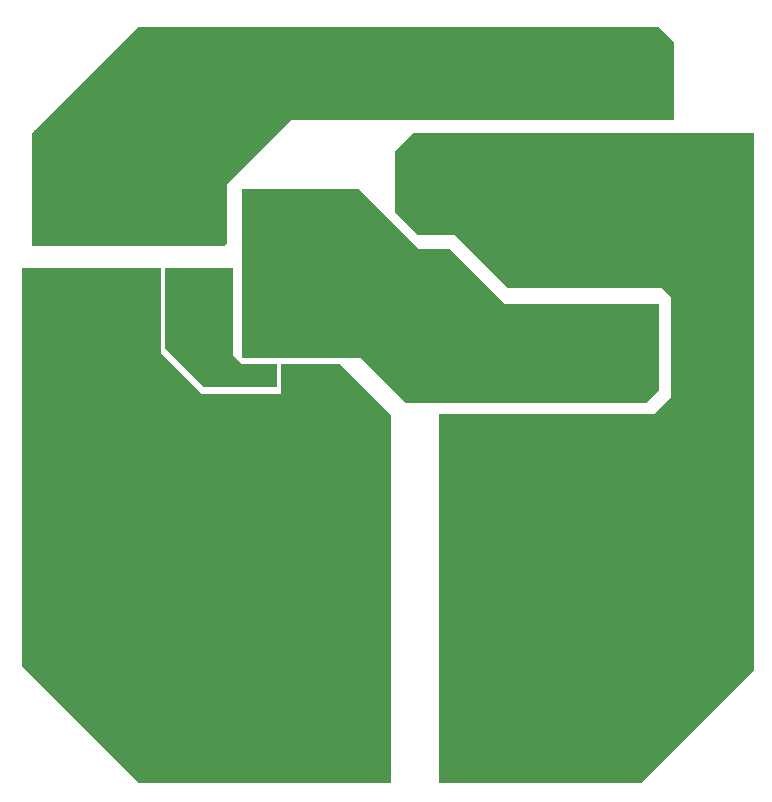
<source format=gbl>
G04*
G04 #@! TF.GenerationSoftware,Altium Limited,Altium Designer,22.6.1 (34)*
G04*
G04 Layer_Physical_Order=2*
G04 Layer_Color=16711680*
%FSLAX25Y25*%
%MOIN*%
G70*
G04*
G04 #@! TF.SameCoordinates,1C09E642-5389-4BCA-90F1-C158AF9FECEF*
G04*
G04*
G04 #@! TF.FilePolarity,Positive*
G04*
G01*
G75*
G04:AMPARAMS|DCode=19|XSize=180mil|YSize=180mil|CornerRadius=13.5mil|HoleSize=0mil|Usage=FLASHONLY|Rotation=0.000|XOffset=0mil|YOffset=0mil|HoleType=Round|Shape=RoundedRectangle|*
%AMROUNDEDRECTD19*
21,1,0.18000,0.15300,0,0,0.0*
21,1,0.15300,0.18000,0,0,0.0*
1,1,0.02700,0.07650,-0.07650*
1,1,0.02700,-0.07650,-0.07650*
1,1,0.02700,-0.07650,0.07650*
1,1,0.02700,0.07650,0.07650*
%
%ADD19ROUNDEDRECTD19*%
%ADD43C,0.05000*%
%ADD44R,0.59055X1.18110*%
G04:AMPARAMS|DCode=45|XSize=456.69mil|YSize=161.42mil|CornerRadius=12.11mil|HoleSize=0mil|Usage=FLASHONLY|Rotation=0.000|XOffset=0mil|YOffset=0mil|HoleType=Round|Shape=RoundedRectangle|*
%AMROUNDEDRECTD45*
21,1,0.45669,0.13721,0,0,0.0*
21,1,0.43248,0.16142,0,0,0.0*
1,1,0.02421,0.21624,-0.06860*
1,1,0.02421,-0.21624,-0.06860*
1,1,0.02421,-0.21624,0.06860*
1,1,0.02421,0.21624,0.06860*
%
%ADD45ROUNDEDRECTD45*%
G04:AMPARAMS|DCode=46|XSize=291mil|YSize=181mil|CornerRadius=9.05mil|HoleSize=0mil|Usage=FLASHONLY|Rotation=180.000|XOffset=0mil|YOffset=0mil|HoleType=Round|Shape=RoundedRectangle|*
%AMROUNDEDRECTD46*
21,1,0.29100,0.16290,0,0,180.0*
21,1,0.27290,0.18100,0,0,180.0*
1,1,0.01810,-0.13645,0.08145*
1,1,0.01810,0.13645,0.08145*
1,1,0.01810,0.13645,-0.08145*
1,1,0.01810,-0.13645,-0.08145*
%
%ADD46ROUNDEDRECTD46*%
G04:AMPARAMS|DCode=47|XSize=51mil|YSize=181mil|CornerRadius=6.38mil|HoleSize=0mil|Usage=FLASHONLY|Rotation=180.000|XOffset=0mil|YOffset=0mil|HoleType=Round|Shape=RoundedRectangle|*
%AMROUNDEDRECTD47*
21,1,0.05100,0.16825,0,0,180.0*
21,1,0.03825,0.18100,0,0,180.0*
1,1,0.01275,-0.01913,0.08413*
1,1,0.01275,0.01913,0.08413*
1,1,0.01275,0.01913,-0.08413*
1,1,0.01275,-0.01913,-0.08413*
%
%ADD47ROUNDEDRECTD47*%
G04:AMPARAMS|DCode=48|XSize=625mil|YSize=384mil|CornerRadius=9.6mil|HoleSize=0mil|Usage=FLASHONLY|Rotation=180.000|XOffset=0mil|YOffset=0mil|HoleType=Round|Shape=RoundedRectangle|*
%AMROUNDEDRECTD48*
21,1,0.62500,0.36480,0,0,180.0*
21,1,0.60580,0.38400,0,0,180.0*
1,1,0.01920,-0.30290,0.18240*
1,1,0.01920,0.30290,0.18240*
1,1,0.01920,0.30290,-0.18240*
1,1,0.01920,-0.30290,-0.18240*
%
%ADD48ROUNDEDRECTD48*%
G04:AMPARAMS|DCode=49|XSize=200mil|YSize=69mil|CornerRadius=8.63mil|HoleSize=0mil|Usage=FLASHONLY|Rotation=180.000|XOffset=0mil|YOffset=0mil|HoleType=Round|Shape=RoundedRectangle|*
%AMROUNDEDRECTD49*
21,1,0.20000,0.05175,0,0,180.0*
21,1,0.18275,0.06900,0,0,180.0*
1,1,0.01725,-0.09137,0.02588*
1,1,0.01725,0.09137,0.02588*
1,1,0.01725,0.09137,-0.02588*
1,1,0.01725,-0.09137,-0.02588*
%
%ADD49ROUNDEDRECTD49*%
G04:AMPARAMS|DCode=50|XSize=33mil|YSize=69mil|CornerRadius=4.13mil|HoleSize=0mil|Usage=FLASHONLY|Rotation=180.000|XOffset=0mil|YOffset=0mil|HoleType=Round|Shape=RoundedRectangle|*
%AMROUNDEDRECTD50*
21,1,0.03300,0.06075,0,0,180.0*
21,1,0.02475,0.06900,0,0,180.0*
1,1,0.00825,-0.01238,0.03038*
1,1,0.00825,0.01238,0.03038*
1,1,0.00825,0.01238,-0.03038*
1,1,0.00825,-0.01238,-0.03038*
%
%ADD50ROUNDEDRECTD50*%
G04:AMPARAMS|DCode=51|XSize=380mil|YSize=554mil|CornerRadius=9.5mil|HoleSize=0mil|Usage=FLASHONLY|Rotation=180.000|XOffset=0mil|YOffset=0mil|HoleType=Round|Shape=RoundedRectangle|*
%AMROUNDEDRECTD51*
21,1,0.38000,0.53500,0,0,180.0*
21,1,0.36100,0.55400,0,0,180.0*
1,1,0.01900,-0.18050,0.26750*
1,1,0.01900,0.18050,0.26750*
1,1,0.01900,0.18050,-0.26750*
1,1,0.01900,-0.18050,-0.26750*
%
%ADD51ROUNDEDRECTD51*%
G36*
X220500Y251700D02*
Y226100D01*
X93100D01*
X71500Y204500D01*
Y185000D01*
X70500Y184000D01*
X6500D01*
Y221500D01*
X42000Y257000D01*
X215200D01*
X220500Y251700D01*
D02*
G37*
G36*
X73500Y147250D02*
X76250Y144500D01*
X88000Y144500D01*
Y137000D01*
X63500Y137000D01*
X50700Y149800D01*
Y176300D01*
X50783Y176500D01*
X73500D01*
Y147250D01*
D02*
G37*
G36*
X135500Y183000D02*
X145500D01*
X164000Y164500D01*
X215500D01*
Y136000D01*
X211000Y131500D01*
X131000D01*
X116000Y146500D01*
X76500D01*
Y203000D01*
X115500D01*
X135500Y183000D01*
D02*
G37*
G36*
X247000Y42500D02*
X209500Y5000D01*
X142000D01*
Y128000D01*
X214000D01*
X219500Y133500D01*
Y167000D01*
X216500Y170000D01*
X165000D01*
X147500Y187500D01*
X135000D01*
X127500Y195000D01*
X127500Y215500D01*
X133500Y221500D01*
X247000D01*
X247000Y42500D01*
D02*
G37*
G36*
X49300Y148200D02*
X63000Y134500D01*
X89500Y134500D01*
Y144500D01*
X109000D01*
X126000Y127500D01*
Y5000D01*
X42000D01*
X3000Y44000D01*
Y176700D01*
X49300D01*
X49300Y148200D01*
D02*
G37*
D19*
X141000Y237000D02*
D03*
Y200860D02*
D03*
Y163000D02*
D03*
D43*
X63000Y154000D02*
D03*
X66500Y147000D02*
D03*
X56000Y154000D02*
D03*
X59500Y147000D02*
D03*
D44*
X93630Y68000D02*
D03*
X172370D02*
D03*
D45*
X191000Y212189D02*
D03*
Y235811D02*
D03*
Y155000D02*
D03*
Y178622D02*
D03*
D46*
X34500Y167000D02*
D03*
D47*
X53500D02*
D03*
D48*
X38000Y203700D02*
D03*
D49*
X99700Y140550D02*
D03*
D50*
X86000D02*
D03*
D51*
X97000Y174450D02*
D03*
M02*

</source>
